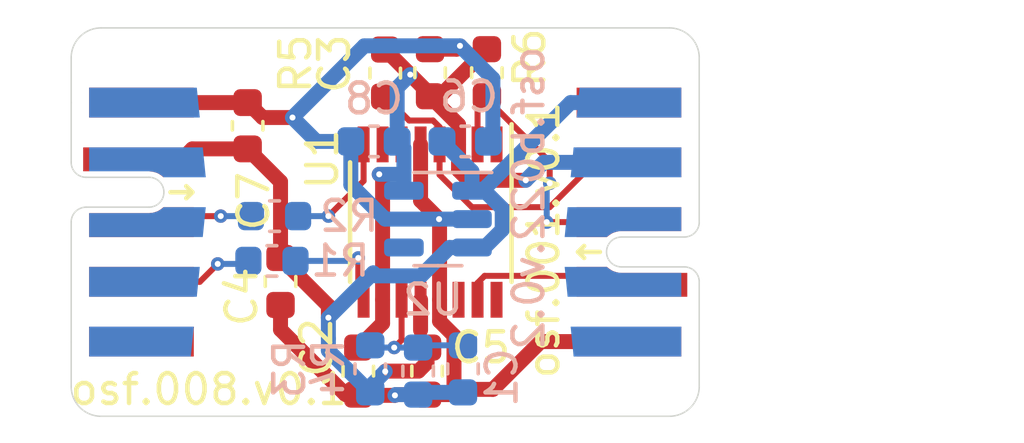
<source format=kicad_pcb>
(kicad_pcb (version 20211014) (generator pcbnew)
  (layers (0 "F.Cu" signal) (31 "B.Cu" signal) (34 "B.Paste" user) (35 "F.Paste" user) (36 "B.SilkS" user "B.Silkscreen") (37 "F.SilkS" user "F.Silkscreen") (38 "B.Mask" user) (39 "F.Mask" user) (44 "Edge.Cuts" user))
  (net 0 "")
  (net 1 "GND")
  (net 2 "Net-(C1-Pad1)")
  (net 3 "+3V3")
  (net 4 "/Sheet603703E3/DM")
  (net 5 "/Sheet603703E3/DP")
  (net 6 "+5V")
  (net 7 "Net-(R1-Pad2)")
  (net 8 "Net-(R2-Pad2)")
  (net 9 "/Sheet603703E3/SDA")
  (net 10 "/Sheet603703E3/SCL")
  (net 11 "/Sheet603703E3/CS")
  (footprint "on_edge:on_edge_2x05_device" (layer "F.Cu") (at 130 106.5 -90)
    (fp_text reference "J1")
    (fp_text value "008_USB_2x2")
    (fp_line (start -1.2 -3.85) (end -1 -4.05) (layer "F.SilkS") (width 0.153))
    (fp_line (start -1 -4.05) (end -0.8 -3.85) (layer "F.SilkS") (width 0.153))
    (fp_line (start -1 -4.05) (end -1 -3.323) (layer "F.SilkS") (width 0.153))
    (fp_line (start 0 0) (end 4 0) (layer "Edge.Cuts") (width 0.05))
    (fp_line (start -0.5 -0.5) (end -0.5 -2.6) (layer "Edge.Cuts") (width 0.05))
    (fp_line (start -4 0) (end -2 0) (layer "Edge.Cuts") (width 0.05))
    (fp_line (start -1.5 -2.6) (end -1.5 -0.5) (layer "Edge.Cuts") (width 0.05))
    (fp_arc (start -1.5 -2.6) (mid -1 -3.1) (end -0.5 -2.6) (layer "Edge.Cuts") (width 0.05))
    (fp_arc (start 0 0) (mid -0.353553 -0.146447) (end -0.5 -0.5) (layer "Edge.Cuts") (width 0.05))
    (fp_arc (start -1.5 -0.5) (mid -1.646447 -0.146447) (end -2 0) (layer "Edge.Cuts") (width 0.05))
    (pad "1" smd rect locked (at -4 -2.35 90) (size 1 3.5) (layers "F.Cu" "F.Mask") (net 1 "GND"))
    (pad "2" smd custom locked (at -2 -3.6 270) (size 1 1) (layers "F.Cu" "F.Mask") (net 6 "+5V") (options (clearance outline) (anchor rect)) (primitives (gr_poly (pts (xy 0.5 0.52) (xy 0.48 0.54) (xy 0.44 0.59) (xy 0.4 0.65) (xy 0.37 0.7) (xy 0.35 0.75) (xy 0.33 0.81) (xy 0.31 0.89) (xy 0.3 1) (xy 0.3 3.2) (xy -0.5 3.2) (xy -0.5 -0.5) (xy 0.5 -0.5)) (width 0) (fill yes))))
    (pad "3" smd custom locked (at 0 -3.6 270) (size 1 1) (layers "F.Cu" "F.Mask") (net 5 "/Sheet603703E3/DP") (options (clearance outline) (anchor rect)) (primitives (gr_poly (pts (xy 0.5 3) (xy -0.3 3) (xy -0.3 1) (xy -0.31 0.89) (xy -0.33 0.81) (xy -0.35 0.75) (xy -0.37 0.7) (xy -0.4 0.65) (xy -0.44 0.59) (xy -0.48 0.54) (xy -0.5 0.52) (xy -0.5 -0.5) (xy 0.5 -0.5)) (width 0) (fill yes))))
    (pad "4" smd rect locked (at 2 -2.35 90) (size 1 3.5) (layers "F.Cu" "F.Mask") (net 4 "/Sheet603703E3/DM"))
    (pad "5" smd rect locked (at 4 -2.35 90) (size 1 3.5) (layers "F.Cu" "F.Mask"))
    (pad "6" smd custom locked (at -4 -2.4 270) (size 1 3.6) (layers "B.Cu" "B.Mask") (options (clearance outline) (anchor rect)) (primitives (gr_poly (pts (xy 0.5 -1.8) (xy -0.5 -1.8) (xy 0.5 -1.9)) (width 0) (fill yes))))
    (pad "7" smd custom locked (at -2 -2.1 270) (size 0.4 0.4) (layers "B.Cu" "B.Mask") (options (clearance outline) (anchor rect)) (primitives (gr_poly (pts (xy 0.5 -0.99) (xy 0.48 -0.97) (xy 0.44 -0.92) (xy 0.4 -0.86) (xy 0.37 -0.81) (xy 0.35 -0.76) (xy 0.33 -0.7) (xy 0.31 -0.62) (xy 0.3 -0.51) (xy 0.3 1.5) (xy -0.5 1.5) (xy -0.5 -2.3) (xy 0.5 -2.4)) (width 0) (fill yes))))
    (pad "8" smd custom locked (at 0 -2.1 270) (size 0.4 0.4) (layers "B.Cu" "B.Mask") (options (clearance outline) (anchor rect)) (primitives (gr_poly (pts (xy 0.5 -2.3) (xy 0.5 1.5) (xy -0.3 1.5) (xy -0.3 -0.51) (xy -0.31 -0.62) (xy -0.33 -0.7) (xy -0.35 -0.76) (xy -0.37 -0.81) (xy -0.4 -0.86) (xy -0.44 -0.92) (xy -0.48 -0.97) (xy -0.5 -0.99) (xy -0.5 -2.4)) (width 0) (fill yes))))
    (pad "9" smd custom locked (at 2 -2.4 270) (size 1 3.6) (layers "B.Cu" "B.Mask") (options (clearance outline) (anchor rect)) (primitives (gr_poly (pts (xy 0.5 -1.8) (xy -0.5 -1.8) (xy -0.5 -1.9)) (width 0) (fill yes))))
    (pad "10" smd custom locked (at 4 -2.3 270) (size 1 3.4) (layers "B.Cu" "B.Mask") (options (clearance outline) (anchor rect)) (primitives (gr_poly (pts (xy 0.5 -1.7) (xy -0.5 -1.7) (xy -0.5 -1.8)) (width 0) (fill yes))))
  )
  (footprint "Capacitor_SMD:C_0603_1608Metric" (layer "F.Cu") (at 139.6 111.4875 -90)
    (fp_text reference "C2" (at -0.7875 1.4 90) (layer "F.SilkS"))
    (fp_text value "100nF")
    (fp_line (start -0.162779 0.51) (end 0.162779 0.51) (layer "F.SilkS") (width 0.12))
    (fp_line (start -0.162779 -0.51) (end 0.162779 -0.51) (layer "F.SilkS") (width 0.12))
    (pad "1" smd roundrect locked (at -0.7875 0 270) (size 0.875 0.95) (layers "F.Cu" "F.Paste" "F.Mask") (net 3 "+3V3"))
    (pad "2" smd roundrect locked (at 0.7875 0 270) (size 0.875 0.95) (layers "F.Cu" "F.Paste" "F.Mask") (net 1 "GND"))
  )
  (footprint "Capacitor_SMD:C_0603_1608Metric" (layer "F.Cu") (at 142 101.5 90)
    (fp_text reference "C3" (at 0.3 -3.2 90) (layer "F.SilkS"))
    (fp_text value "100nF")
    (fp_line (start -0.162779 0.51) (end 0.162779 0.51) (layer "F.SilkS") (width 0.12))
    (fp_line (start -0.162779 -0.51) (end 0.162779 -0.51) (layer "F.SilkS") (width 0.12))
    (pad "1" smd roundrect locked (at -0.7875 0 90) (size 0.875 0.95) (layers "F.Cu" "F.Paste" "F.Mask") (net 3 "+3V3"))
    (pad "2" smd roundrect locked (at 0.7875 0 90) (size 0.875 0.95) (layers "F.Cu" "F.Paste" "F.Mask") (net 1 "GND"))
  )
  (footprint "Capacitor_SMD:C_0603_1608Metric" (layer "F.Cu") (at 137 108.4875 -90)
    (fp_text reference "C4" (at 0.5125 1.3 90) (layer "F.SilkS"))
    (fp_text value "4.7uF")
    (fp_line (start -0.162779 0.51) (end 0.162779 0.51) (layer "F.SilkS") (width 0.12))
    (fp_line (start -0.162779 -0.51) (end 0.162779 -0.51) (layer "F.SilkS") (width 0.12))
    (pad "1" smd roundrect locked (at -0.7875 0 270) (size 0.875 0.95) (layers "F.Cu" "F.Paste" "F.Mask") (net 6 "+5V"))
    (pad "2" smd roundrect locked (at 0.7875 0 270) (size 0.875 0.95) (layers "F.Cu" "F.Paste" "F.Mask") (net 1 "GND"))
  )
  (footprint "Capacitor_SMD:C_0603_1608Metric" (layer "F.Cu") (at 141.9 111.4875 -90)
    (fp_text reference "C5" (at -0.7875 -1.8) (layer "F.SilkS"))
    (fp_text value "100nF")
    (fp_line (start -0.162779 -0.51) (end 0.162779 -0.51) (layer "F.SilkS") (width 0.12))
    (fp_line (start -0.162779 0.51) (end 0.162779 0.51) (layer "F.SilkS") (width 0.12))
    (pad "1" smd roundrect locked (at -0.7875 0 270) (size 0.875 0.95) (layers "F.Cu" "F.Paste" "F.Mask") (net 6 "+5V"))
    (pad "2" smd roundrect locked (at 0.7875 0 270) (size 0.875 0.95) (layers "F.Cu" "F.Paste" "F.Mask") (net 1 "GND"))
  )
  (footprint "Resistor_SMD:R_0603_1608Metric" (layer "F.Cu") (at 140.5 101.5125 -90)
    (fp_text reference "R5" (at -0.3125 3 90) (layer "F.SilkS"))
    (fp_text value "1k")
    (fp_line (start -0.162779 -0.51) (end 0.162779 -0.51) (layer "F.SilkS") (width 0.12))
    (fp_line (start -0.162779 0.51) (end 0.162779 0.51) (layer "F.SilkS") (width 0.12))
    (pad "1" smd roundrect locked (at -0.7875 0 270) (size 0.875 0.95) (layers "F.Cu" "F.Paste" "F.Mask") (net 3 "+3V3"))
    (pad "2" smd roundrect locked (at 0.7875 0 270) (size 0.875 0.95) (layers "F.Cu" "F.Paste" "F.Mask") (net 9 "/Sheet603703E3/SDA"))
  )
  (footprint "Resistor_SMD:R_0603_1608Metric" (layer "F.Cu") (at 143.9 101.5 -90)
    (fp_text reference "R6" (at -0.5 -1.43 90) (layer "F.SilkS"))
    (fp_text value "1k")
    (fp_line (start -0.162779 -0.51) (end 0.162779 -0.51) (layer "F.SilkS") (width 0.12))
    (fp_line (start -0.162779 0.51) (end 0.162779 0.51) (layer "F.SilkS") (width 0.12))
    (pad "1" smd roundrect locked (at -0.7875 0 270) (size 0.875 0.95) (layers "F.Cu" "F.Paste" "F.Mask") (net 3 "+3V3"))
    (pad "2" smd roundrect locked (at 0.7875 0 270) (size 0.875 0.95) (layers "F.Cu" "F.Paste" "F.Mask") (net 10 "/Sheet603703E3/SCL"))
  )
  (footprint "Package_SO:SSOP-16_3.9x4.9mm_P0.635mm" (layer "F.Cu") (at 142 106.5 -90)
    (fp_text reference "U1" (at -2.1 3.6 90) (layer "F.SilkS"))
    (fp_text value "FT201XS")
    (fp_line (start -3.275 -2.725) (end 2 -2.725) (layer "F.SilkS") (width 0.15))
    (fp_line (start -2 2.675) (end 2 2.675) (layer "F.SilkS") (width 0.15))
    (pad "1" smd rect locked (at -2.6 -2.2225 270) (size 1.2 0.4) (layers "F.Cu" "F.Paste" "F.Mask"))
    (pad "2" smd rect locked (at -2.6 -1.5875 270) (size 1.2 0.4) (layers "F.Cu" "F.Paste" "F.Mask") (net 10 "/Sheet603703E3/SCL"))
    (pad "3" smd rect locked (at -2.6 -0.9525 270) (size 1.2 0.4) (layers "F.Cu" "F.Paste" "F.Mask") (net 3 "+3V3"))
    (pad "4" smd rect locked (at -2.6 -0.3175 270) (size 1.2 0.4) (layers "F.Cu" "F.Paste" "F.Mask") (net 9 "/Sheet603703E3/SDA"))
    (pad "5" smd rect locked (at -2.6 0.3175 270) (size 1.2 0.4) (layers "F.Cu" "F.Paste" "F.Mask") (net 1 "GND"))
    (pad "6" smd rect locked (at -2.6 0.9525 270) (size 1.2 0.4) (layers "F.Cu" "F.Paste" "F.Mask"))
    (pad "7" smd rect locked (at -2.6 1.5875 270) (size 1.2 0.4) (layers "F.Cu" "F.Paste" "F.Mask"))
    (pad "8" smd rect locked (at -2.6 2.2225 270) (size 1.2 0.4) (layers "F.Cu" "F.Paste" "F.Mask") (net 8 "Net-(R2-Pad2)"))
    (pad "9" smd rect locked (at 2.6 2.2225 270) (size 1.2 0.4) (layers "F.Cu" "F.Paste" "F.Mask") (net 7 "Net-(R1-Pad2)"))
    (pad "10" smd rect locked (at 2.6 1.5875 270) (size 1.2 0.4) (layers "F.Cu" "F.Paste" "F.Mask") (net 3 "+3V3"))
    (pad "11" smd rect locked (at 2.6 0.9525 270) (size 1.2 0.4) (layers "F.Cu" "F.Paste" "F.Mask") (net 2 "Net-(C1-Pad1)"))
    (pad "12" smd rect locked (at 2.6 0.3175 270) (size 1.2 0.4) (layers "F.Cu" "F.Paste" "F.Mask") (net 6 "+5V"))
    (pad "13" smd rect locked (at 2.6 -0.3175 270) (size 1.2 0.4) (layers "F.Cu" "F.Paste" "F.Mask") (net 1 "GND"))
    (pad "14" smd rect locked (at 2.6 -0.9525 270) (size 1.2 0.4) (layers "F.Cu" "F.Paste" "F.Mask"))
    (pad "15" smd rect locked (at 2.6 -1.5875 270) (size 1.2 0.4) (layers "F.Cu" "F.Paste" "F.Mask") (net 11 "/Sheet603703E3/CS"))
    (pad "16" smd rect locked (at 2.6 -2.2225 270) (size 1.2 0.4) (layers "F.Cu" "F.Paste" "F.Mask"))
  )
  (footprint "on_edge:on_edge_2x05_device" (layer "F.Cu") (at 151 106.5 90)
    (fp_text reference "J2")
    (fp_text value "001_I2C_2x5")
    (fp_line (start -1.2 -3.85) (end -1 -4.05) (layer "F.SilkS") (width 0.153))
    (fp_line (start -1 -4.05) (end -0.8 -3.85) (layer "F.SilkS") (width 0.153))
    (fp_line (start -1 -4.05) (end -1 -3.323) (layer "F.SilkS") (width 0.153))
    (fp_line (start 0 0) (end 4 0) (layer "Edge.Cuts") (width 0.05))
    (fp_line (start -4 0) (end -2 0) (layer "Edge.Cuts") (width 0.05))
    (fp_line (start -1.5 -2.6) (end -1.5 -0.5) (layer "Edge.Cuts") (width 0.05))
    (fp_line (start -0.5 -0.5) (end -0.5 -2.6) (layer "Edge.Cuts") (width 0.05))
    (fp_arc (start -1.5 -2.6) (mid -1 -3.1) (end -0.5 -2.6) (layer "Edge.Cuts") (width 0.05))
    (fp_arc (start -1.5 -0.5) (mid -1.646447 -0.146447) (end -2 0) (layer "Edge.Cuts") (width 0.05))
    (fp_arc (start 0 0) (mid -0.353553 -0.146447) (end -0.5 -0.5) (layer "Edge.Cuts") (width 0.05))
    (pad "1" smd rect locked (at -4 -2.35 270) (size 1 3.5) (layers "F.Cu" "F.Mask") (net 1 "GND"))
    (pad "2" smd custom locked (at -2 -3.6 90) (size 1 1) (layers "F.Cu" "F.Mask") (net 11 "/Sheet603703E3/CS") (options (clearance outline) (anchor rect)) (primitives (gr_poly (pts (xy 0.5 0.52) (xy 0.48 0.54) (xy 0.44 0.59) (xy 0.4 0.65) (xy 0.37 0.7) (xy 0.35 0.75) (xy 0.33 0.81) (xy 0.31 0.89) (xy 0.3 1) (xy 0.3 3.2) (xy -0.5 3.2) (xy -0.5 -0.5) (xy 0.5 -0.5)) (width 0) (fill yes))))
    (pad "3" smd custom locked (at 0 -3.6 90) (size 1 1) (layers "F.Cu" "F.Mask") (net 10 "/Sheet603703E3/SCL") (options (clearance outline) (anchor rect)) (primitives (gr_poly (pts (xy 0.5 3) (xy -0.3 3) (xy -0.3 1) (xy -0.31 0.89) (xy -0.33 0.81) (xy -0.35 0.75) (xy -0.37 0.7) (xy -0.4 0.65) (xy -0.44 0.59) (xy -0.48 0.54) (xy -0.5 0.52) (xy -0.5 -0.5) (xy 0.5 -0.5)) (width 0) (fill yes))))
    (pad "4" smd rect locked (at 2 -2.35 270) (size 1 3.5) (layers "F.Cu" "F.Mask") (net 9 "/Sheet603703E3/SDA"))
    (pad "5" smd rect locked (at 4 -2.35 270) (size 1 3.5) (layers "F.Cu" "F.Mask"))
    (pad "6" smd custom locked (at -4 -2.4 90) (size 1 3.6) (layers "B.Cu" "B.Mask") (options (clearance outline) (anchor rect)) (primitives (gr_poly (pts (xy 0.5 -1.8) (xy -0.5 -1.8) (xy 0.5 -1.9)) (width 0) (fill yes))))
    (pad "7" smd custom locked (at -2 -2.1 90) (size 0.4 0.4) (layers "B.Cu" "B.Mask") (options (clearance outline) (anchor rect)) (primitives (gr_poly (pts (xy 0.5 -0.99) (xy 0.48 -0.97) (xy 0.44 -0.92) (xy 0.4 -0.86) (xy 0.37 -0.81) (xy 0.35 -0.76) (xy 0.33 -0.7) (xy 0.31 -0.62) (xy 0.3 -0.51) (xy 0.3 1.5) (xy -0.5 1.5) (xy -0.5 -2.3) (xy 0.5 -2.4)) (width 0) (fill yes))))
    (pad "8" smd custom locked (at 0 -2.1 90) (size 0.4 0.4) (layers "B.Cu" "B.Mask") (options (clearance outline) (anchor rect)) (primitives (gr_poly (pts (xy 0.5 -2.3) (xy 0.5 1.5) (xy -0.3 1.5) (xy -0.3 -0.51) (xy -0.31 -0.62) (xy -0.33 -0.7) (xy -0.35 -0.76) (xy -0.37 -0.81) (xy -0.4 -0.86) (xy -0.44 -0.92) (xy -0.48 -0.97) (xy -0.5 -0.99) (xy -0.5 -2.4)) (width 0) (fill yes))))
    (pad "9" smd custom locked (at 2 -2.4 90) (size 1 3.6) (layers "B.Cu" "B.Mask") (net 3 "+3V3") (options (clearance outline) (anchor rect)) (primitives (gr_poly (pts (xy 0.5 -1.8) (xy -0.5 -1.8) (xy -0.5 -1.9)) (width 0) (fill yes))))
    (pad "10" smd custom locked (at 4 -2.3 90) (size 1 3.4) (layers "B.Cu" "B.Mask") (net 6 "+5V") (options (clearance outline) (anchor rect)) (primitives (gr_poly (pts (xy 0.5 -1.7) (xy -0.5 -1.7) (xy -0.5 -1.8)) (width 0) (fill yes))))
  )
  (footprint "Capacitor_SMD:C_0603_1608Metric" (layer "F.Cu") (at 135.9 103.275 90)
    (fp_text reference "C7" (at -2.525 0.2 90) (layer "F.SilkS"))
    (fp_text value "1uF")
    (fp_line (start -0.14058 0.51) (end 0.14058 0.51) (layer "F.SilkS") (width 0.12))
    (fp_line (start -0.14058 -0.51) (end 0.14058 -0.51) (layer "F.SilkS") (width 0.12))
    (pad "1" smd roundrect locked (at -0.775 0 90) (size 0.9 0.95) (layers "F.Cu" "F.Paste" "F.Mask") (net 6 "+5V"))
    (pad "2" smd roundrect locked (at 0.775 0 90) (size 0.9 0.95) (layers "F.Cu" "F.Paste" "F.Mask") (net 1 "GND"))
  )
  (footprint "Capacitor_SMD:C_0603_1608Metric" (layer "B.Cu") (at 143.1 111.4125 -90)
    (fp_text reference "C1" (at 0.2875 -1.3 -90) (layer "B.SilkS") (effects (justify mirror)))
    (fp_text value "10nF")
    (fp_line (start -0.162779 -0.51) (end 0.162779 -0.51) (layer "B.SilkS") (width 0.12))
    (fp_line (start -0.162779 0.51) (end 0.162779 0.51) (layer "B.SilkS") (width 0.12))
    (pad "1" smd roundrect locked (at -0.7875 0 270) (size 0.875 0.95) (layers "B.Cu" "B.Paste" "B.Mask") (net 2 "Net-(C1-Pad1)"))
    (pad "2" smd roundrect locked (at 0.7875 0 270) (size 0.875 0.95) (layers "B.Cu" "B.Paste" "B.Mask") (net 1 "GND"))
  )
  (footprint "Resistor_SMD:R_0603_1608Metric" (layer "B.Cu") (at 136.7125 107.8)
    (fp_text reference "R1" (at 2.2875 0) (layer "B.SilkS") (effects (justify mirror)))
    (fp_text value "27R")
    (fp_line (start -0.162779 0.51) (end 0.162779 0.51) (layer "B.SilkS") (width 0.12))
    (fp_line (start -0.162779 -0.51) (end 0.162779 -0.51) (layer "B.SilkS") (width 0.12))
    (pad "1" smd roundrect locked (at -0.7875 0) (size 0.875 0.95) (layers "B.Cu" "B.Paste" "B.Mask") (net 4 "/Sheet603703E3/DM"))
    (pad "2" smd roundrect locked (at 0.7875 0) (size 0.875 0.95) (layers "B.Cu" "B.Paste" "B.Mask") (net 7 "Net-(R1-Pad2)"))
  )
  (footprint "Resistor_SMD:R_0603_1608Metric" (layer "B.Cu") (at 136.8 106.3)
    (fp_text reference "R2" (at 2.5 0) (layer "B.SilkS") (effects (justify mirror)))
    (fp_text value "27R")
    (fp_line (start -0.162779 -0.51) (end 0.162779 -0.51) (layer "B.SilkS") (width 0.12))
    (fp_line (start -0.162779 0.51) (end 0.162779 0.51) (layer "B.SilkS") (width 0.12))
    (pad "1" smd roundrect locked (at -0.7875 0) (size 0.875 0.95) (layers "B.Cu" "B.Paste" "B.Mask") (net 5 "/Sheet603703E3/DP"))
    (pad "2" smd roundrect locked (at 0.7875 0) (size 0.875 0.95) (layers "B.Cu" "B.Paste" "B.Mask") (net 8 "Net-(R2-Pad2)"))
  )
  (footprint "Resistor_SMD:R_0603_1608Metric" (layer "B.Cu") (at 141.6 111.4875 -90)
    (fp_text reference "R4" (at -0.0875 3 -90) (layer "B.SilkS") (effects (justify mirror)))
    (fp_text value "1k")
    (fp_line (start -0.162779 0.51) (end 0.162779 0.51) (layer "B.SilkS") (width 0.12))
    (fp_line (start -0.162779 -0.51) (end 0.162779 -0.51) (layer "B.SilkS") (width 0.12))
    (pad "1" smd roundrect locked (at -0.7875 0 270) (size 0.875 0.95) (layers "B.Cu" "B.Paste" "B.Mask") (net 2 "Net-(C1-Pad1)"))
    (pad "2" smd roundrect locked (at 0.7875 0 270) (size 0.875 0.95) (layers "B.Cu" "B.Paste" "B.Mask") (net 1 "GND"))
  )
  (footprint "Resistor_SMD:R_0603_1608Metric" (layer "B.Cu") (at 140 111.4125 90)
    (fp_text reference "R3" (at 0 -2.7 270) (layer "B.SilkS") (effects (justify mirror)))
    (fp_text value "1k")
    (fp_line (start -0.162779 0.51) (end 0.162779 0.51) (layer "B.SilkS") (width 0.12))
    (fp_line (start -0.162779 -0.51) (end 0.162779 -0.51) (layer "B.SilkS") (width 0.12))
    (pad "1" smd roundrect locked (at -0.7875 0 90) (size 0.875 0.95) (layers "B.Cu" "B.Paste" "B.Mask") (net 6 "+5V"))
    (pad "2" smd roundrect locked (at 0.7875 0 90) (size 0.875 0.95) (layers "B.Cu" "B.Paste" "B.Mask") (net 2 "Net-(C1-Pad1)"))
  )
  (footprint "Package_TO_SOT_SMD:SOT-23-5" (layer "B.Cu") (at 142.2625 106.4 180)
    (fp_text reference "U2" (at 0.1625 -2.7) (layer "B.SilkS") (effects (justify mirror)))
    (fp_text value "TC1017-xCT")
    (fp_line (start 0 1.56) (end -1.8 1.56) (layer "B.SilkS") (width 0.12))
    (fp_line (start 0 1.56) (end 0.8 1.56) (layer "B.SilkS") (width 0.12))
    (fp_line (start 0 -1.56) (end 0.8 -1.56) (layer "B.SilkS") (width 0.12))
    (fp_line (start 0 -1.56) (end -0.8 -1.56) (layer "B.SilkS") (width 0.12))
    (pad "1" smd roundrect locked (at -1.1375 0.95 180) (size 1.325 0.6) (layers "B.Cu" "B.Paste" "B.Mask") (net 6 "+5V"))
    (pad "2" smd roundrect locked (at -1.1375 0 180) (size 1.325 0.6) (layers "B.Cu" "B.Paste" "B.Mask") (net 1 "GND"))
    (pad "3" smd roundrect locked (at -1.1375 -0.95 180) (size 1.325 0.6) (layers "B.Cu" "B.Paste" "B.Mask") (net 6 "+5V"))
    (pad "4" smd roundrect locked (at 1.1375 -0.95 180) (size 1.325 0.6) (layers "B.Cu" "B.Paste" "B.Mask"))
    (pad "5" smd roundrect locked (at 1.1375 0.95 180) (size 1.325 0.6) (layers "B.Cu" "B.Paste" "B.Mask") (net 3 "+3V3"))
  )
  (footprint "Capacitor_SMD:C_0603_1608Metric" (layer "B.Cu") (at 143.175 103.8)
    (fp_text reference "C6" (at 0.125 -1.5) (layer "B.SilkS") (effects (justify mirror)))
    (fp_text value "100nF")
    (fp_line (start -0.14058 0.51) (end 0.14058 0.51) (layer "B.SilkS") (width 0.12))
    (fp_line (start -0.14058 -0.51) (end 0.14058 -0.51) (layer "B.SilkS") (width 0.12))
    (pad "1" smd roundrect locked (at -0.775 0) (size 0.9 0.95) (layers "B.Cu" "B.Paste" "B.Mask") (net 6 "+5V"))
    (pad "2" smd roundrect locked (at 0.775 0) (size 0.9 0.95) (layers "B.Cu" "B.Paste" "B.Mask") (net 1 "GND"))
  )
  (footprint "Capacitor_SMD:C_0603_1608Metric" (layer "B.Cu") (at 140.125 103.8 180)
    (fp_text reference "C8" (at 0 1.43) (layer "B.SilkS") (effects (justify mirror)))
    (fp_text value "1uF")
    (fp_line (start -0.14058 -0.51) (end 0.14058 -0.51) (layer "B.SilkS") (width 0.12))
    (fp_line (start -0.14058 0.51) (end 0.14058 0.51) (layer "B.SilkS") (width 0.12))
    (pad "1" smd roundrect locked (at -0.775 0 180) (size 0.9 0.95) (layers "B.Cu" "B.Paste" "B.Mask") (net 3 "+3V3"))
    (pad "2" smd roundrect locked (at 0.775 0 180) (size 0.9 0.95) (layers "B.Cu" "B.Paste" "B.Mask") (net 1 "GND"))
  )
  (gr_line (start 130 102.5) (end 130 101) (layer "Edge.Cuts") (width 0.05))
  (gr_line (start 151 102.5) (end 151 101) (layer "Edge.Cuts") (width 0.05))
  (gr_line (start 151 112) (end 151 110.5) (layer "Edge.Cuts") (width 0.05))
  (gr_line (start 150 113) (end 131 113) (layer "Edge.Cuts") (width 0.05))
  (gr_arc (start 151 112) (mid 150.707107 112.707107) (end 150 113) (layer "Edge.Cuts") (width 0.05))
  (gr_line (start 130 112) (end 130 110.5) (layer "Edge.Cuts") (width 0.05))
  (gr_line (start 131 100) (end 150 100) (layer "Edge.Cuts") (width 0.05))
  (gr_arc (start 130 101) (mid 130.292893 100.292893) (end 131 100) (layer "Edge.Cuts") (width 0.05))
  (gr_arc (start 131 113) (mid 130.292893 112.707107) (end 130 112) (layer "Edge.Cuts") (width 0.05))
  (gr_line (start 130 110.5) (end 130 110.5) (layer "Edge.Cuts") (width 0.05))
  (gr_arc (start 150 100) (mid 150.707107 100.292893) (end 151 101) (layer "Edge.Cuts") (width 0.05))
  (gr_text "osf.b022.v0.2" (at 145.3 105.7 90) (layer "B.SilkS") (effects (font (size 1 1)) (justify mirror)))
  (gr_text "osf.008.v0.1" (at 134.6 112.1) (layer "F.SilkS") (effects (font (size 1 1))))
  (gr_text "osf.001.v0.1" (at 145.8 107.1 90) (layer "F.SilkS") (effects (font (size 1 1))))
  (segment (start 137.4 103) (end 136.4 103) (width 0.5) (layer "F.Cu") (net 1))
  (segment (start 142.625 112.275) (end 141.9 112.275) (width 0.5) (layer "F.Cu") (net 1))
  (segment (start 142 100.7125) (end 142.8875 100.7125) (width 0.5) (layer "F.Cu") (net 1))
  (segment (start 141.6825 105.7825) (end 142.3 106.4) (width 0.5) (layer "F.Cu") (net 1))
  (segment (start 141.9 112.275) (end 140.84952 112.275) (width 0.5) (layer "F.Cu") (net 1))
  (segment (start 136.4 103) (end 135.9 102.5) (width 0.5) (layer "F.Cu") (net 1))
  (segment (start 141.6825 103.9) (end 141.6825 105.7825) (width 0.5) (layer "F.Cu") (net 1))
  (segment (start 132.35 102.5) (end 135.9 102.5) (width 0.5) (layer "F.Cu") (net 1))
  (segment (start 139.6 112.275) (end 139.175 112.275) (width 0.5) (layer "F.Cu") (net 1))
  (segment (start 148.65 110.5) (end 145.7 110.5) (width 0.5) (layer "F.Cu") (net 1))
  (segment (start 142.3175 109.1) (end 142.3175 106.4175) (width 0.5) (layer "F.Cu") (net 1))
  (segment (start 142.8 112.1) (end 142.625 112.275) (width 0.5) (layer "F.Cu") (net 1))
  (segment (start 139.625 112.3) (end 139.6 112.275) (width 0.5) (layer "F.Cu") (net 1))
  (segment (start 142.3175 106.4175) (end 142.3 106.4) (width 0.5) (layer "F.Cu") (net 1))
  (segment (start 142.3175 109.1) (end 142.3175 109.8175) (width 0.5) (layer "F.Cu") (net 1))
  (segment (start 140.82452 112.3) (end 139.625 112.3) (width 0.5) (layer "F.Cu") (net 1))
  (segment (start 142.8875 100.7125) (end 143 100.6) (width 0.5) (layer "F.Cu") (net 1))
  (segment (start 142.3175 109.8175) (end 142.8 110.3) (width 0.5) (layer "F.Cu") (net 1))
  (segment (start 140.84952 112.275) (end 140.82452 112.3) (width 0.5) (layer "F.Cu") (net 1))
  (segment (start 137 110.1) (end 137 109.275) (width 0.5) (layer "F.Cu") (net 1))
  (segment (start 142.8 110.3) (end 142.8 112.1) (width 0.5) (layer "F.Cu") (net 1))
  (segment (start 144.1 112.1) (end 142.8 112.1) (width 0.5) (layer "F.Cu") (net 1))
  (segment (start 145.7 110.5) (end 144.1 112.1) (width 0.5) (layer "F.Cu") (net 1))
  (segment (start 139.175 112.275) (end 137 110.1) (width 0.5) (layer "F.Cu") (net 1))
  (via (at 137.4 103) (size 0.45) (drill 0.2) (layers "F.Cu" "B.Cu") (net 1))
  (via (at 143 100.6) (size 0.45) (drill 0.2) (layers "F.Cu" "B.Cu") (net 1))
  (via (at 142.3 106.4) (size 0.45) (drill 0.2) (layers "F.Cu" "B.Cu") (net 1))
  (via (at 140.82452 112.3) (size 0.45) (drill 0.2) (layers "F.Cu" "B.Cu") (net 1))
  (segment (start 139.35 105.25) (end 139.35 103.8) (width 0.5) (layer "B.Cu") (net 1))
  (segment (start 143.4 106.4) (end 142.3 106.4) (width 0.5) (layer "B.Cu") (net 1))
  (segment (start 142.3 106.4) (end 140.5 106.4) (width 0.5) (layer "B.Cu") (net 1))
  (segment (start 144.1 101.7) (end 144.1 103.65) (width 0.5) (layer "B.Cu") (net 1))
  (segment (start 141.6 112.275) (end 140.84952 112.275) (width 0.5) (layer "B.Cu") (net 1))
  (segment (start 140.84952 112.275) (end 140.82452 112.3) (width 0.5) (layer "B.Cu") (net 1))
  (segment (start 144.1 103.65) (end 143.95 103.8) (width 0.5) (layer "B.Cu") (net 1))
  (segment (start 139.35 103.8) (end 138.2 103.8) (width 0.5) (layer "B.Cu") (net 1))
  (segment (start 143 100.6) (end 144.1 101.7) (width 0.5) (layer "B.Cu") (net 1))
  (segment (start 140.5 106.4) (end 139.35 105.25) (width 0.5) (layer "B.Cu") (net 1))
  (segment (start 141.675 112.2) (end 141.6 112.275) (width 0.5) (layer "B.Cu") (net 1))
  (segment (start 139.8 100.6) (end 137.4 103) (width 0.5) (layer "B.Cu") (net 1))
  (segment (start 143 100.6) (end 139.8 100.6) (width 0.5) (layer "B.Cu") (net 1))
  (segment (start 143.1 112.2) (end 141.675 112.2) (width 0.5) (layer "B.Cu") (net 1))
  (segment (start 138.2 103.8) (end 137.4 103) (width 0.5) (layer "B.Cu") (net 1))
  (segment (start 141.0475 110.4525) (end 140.8 110.7) (width 0.2) (layer "F.Cu") (net 2))
  (segment (start 141.0475 109.1) (end 141.0475 110.4525) (width 0.2) (layer "F.Cu") (net 2))
  (via (at 140.8 110.7) (size 0.45) (drill 0.2) (layers "F.Cu" "B.Cu") (net 2))
  (segment (start 140.8 110.7) (end 140.175 110.7) (width 0.2) (layer "B.Cu") (net 2))
  (segment (start 141.675 110.625) (end 141.6 110.7) (width 0.2) (layer "B.Cu") (net 2))
  (segment (start 143.1 110.625) (end 141.675 110.625) (width 0.2) (layer "B.Cu") (net 2))
  (segment (start 141.6 110.7) (end 140.8 110.7) (width 0.2) (layer "B.Cu") (net 2))
  (segment (start 140.175 110.7) (end 140.1 110.625) (width 0.2) (layer "B.Cu") (net 2))
  (segment (start 142 102.2875) (end 142.9525 103.24) (width 0.5) (layer "F.Cu") (net 3))
  (segment (start 142.325 102.2875) (end 143.9 100.7125) (width 0.5) (layer "F.Cu") (net 3))
  (segment (start 142.9525 103.24) (end 142.9525 103.9) (width 0.5) (layer "F.Cu") (net 3))
  (segment (start 142 102.225) (end 141.3375 101.5625) (width 0.5) (layer "F.Cu") (net 3))
  (segment (start 140.4125 105.0125) (end 140.3 104.9) (width 0.5) (layer "F.Cu") (net 3))
  (segment (start 142.9525 104.764022) (end 142.9525 103.9) (width 0.5) (layer "F.Cu") (net 3))
  (segment (start 142 102.2875) (end 142 102.225) (width 0.5) (layer "F.Cu") (net 3))
  (segment (start 140.4125 109.1) (end 140.4125 109.8875) (width 0.5) (layer "F.Cu") (net 3))
  (segment (start 145.2 105.1) (end 143.288478 105.1) (width 0.5) (layer "F.Cu") (net 3))
  (segment (start 143.288478 105.1) (end 142.9525 104.764022) (width 0.5) (layer "F.Cu") (net 3))
  (segment (start 142 102.2875) (end 142.325 102.2875) (width 0.5) (layer "F.Cu") (net 3))
  (segment (start 140.4125 109.8875) (end 139.6 110.7) (width 0.5) (layer "F.Cu") (net 3))
  (segment (start 141.3375 101.5625) (end 140.5 100.725) (width 0.5) (layer "F.Cu") (net 3))
  (segment (start 140.4125 109.1) (end 140.4125 105.0125) (width 0.5) (layer "F.Cu") (net 3))
  (via (at 140.3 104.9) (size 0.45) (drill 0.2) (layers "F.Cu" "B.Cu") (net 3))
  (via (at 145.2 105.1) (size 0.45) (drill 0.2) (layers "F.Cu" "B.Cu") (net 3))
  (via (at 141.3375 101.5625) (size 0.45) (drill 0.2) (layers "F.Cu" "B.Cu") (net 3))
  (segment (start 141.125 104.775) (end 141.125 104.025) (width 0.5) (layer "B.Cu") (net 3))
  (segment (start 145.8 104.5) (end 145.2 105.1) (width 0.5) (layer "B.Cu") (net 3))
  (segment (start 140.9 103.8) (end 140.9 102) (width 0.5) (layer "B.Cu") (net 3))
  (segment (start 148.6 104.5) (end 145.8 104.5) (width 0.5) (layer "B.Cu") (net 3))
  (segment (start 141 104.9) (end 141.125 104.775) (width 0.5) (layer "B.Cu") (net 3))
  (segment (start 141.125 105.45) (end 141.125 104.775) (width 0.5) (layer "B.Cu") (net 3))
  (segment (start 141.125 104.025) (end 140.9 103.8) (width 0.5) (layer "B.Cu") (net 3))
  (segment (start 140.9 102) (end 141.3375 101.5625) (width 0.5) (layer "B.Cu") (net 3))
  (segment (start 140.3 104.9) (end 141 104.9) (width 0.5) (layer "B.Cu") (net 3))
  (segment (start 132.35 108.5) (end 134.3 108.5) (width 0.2) (layer "F.Cu") (net 4))
  (segment (start 134.3 108.5) (end 134.9 107.9) (width 0.2) (layer "F.Cu") (net 4))
  (via (at 134.9 107.9) (size 0.45) (drill 0.2) (layers "F.Cu" "B.Cu") (net 4))
  (segment (start 135.825 107.9) (end 135.925 107.8) (width 0.2) (layer "B.Cu") (net 4))
  (segment (start 134.9 107.9) (end 135.825 107.9) (width 0.2) (layer "B.Cu") (net 4))
  (segment (start 135 106.3) (end 133.8 106.3) (width 0.2) (layer "F.Cu") (net 5))
  (segment (start 133.8 106.3) (end 133.6 106.5) (width 0.2) (layer "F.Cu") (net 5))
  (via (at 135 106.3) (size 0.45) (drill 0.2) (layers "F.Cu" "B.Cu") (net 5))
  (segment (start 136.0125 106.3) (end 135 106.3) (width 0.2) (layer "B.Cu") (net 5))
  (segment (start 141.9 111.2) (end 141.61202 111.48798) (width 0.5) (layer "F.Cu") (net 6))
  (segment (start 137 105.15) (end 135.9 104.05) (width 0.5) (layer "F.Cu") (net 6))
  (segment (start 137 107.7) (end 137 105.15) (width 0.5) (layer "F.Cu") (net 6))
  (segment (start 141.9 110.7) (end 141.9 111.2) (width 0.5) (layer "F.Cu") (net 6))
  (segment (start 135.9 104.05) (end 134.05 104.05) (width 0.5) (layer "F.Cu") (net 6))
  (segment (start 137 107.7) (end 138.6 109.3) (width 0.5) (layer "F.Cu") (net 6))
  (segment (start 141.61202 111.48798) (end 140.51202 111.48798) (width 0.5) (layer "F.Cu") (net 6))
  (segment (start 134.05 104.05) (end 133.6 104.5) (width 0.5) (layer "F.Cu") (net 6))
  (segment (start 140.51202 111.48798) (end 140.5 111.5) (width 0.5) (layer "F.Cu") (net 6))
  (segment (start 138.6 109.3) (end 138.6 109.7) (width 0.5) (layer "F.Cu") (net 6))
  (segment (start 141.6825 109.1) (end 141.6825 110.1175) (width 0.5) (layer "F.Cu") (net 6))
  (via (at 140.5 111.5) (size 0.45) (drill 0.2) (layers "F.Cu" "B.Cu") (net 6))
  (via (at 138.6 109.7) (size 0.45) (drill 0.2) (layers "F.Cu" "B.Cu") (net 6))
  (segment (start 138.6 109.7) (end 138.6 110.403655) (width 0.5) (layer "B.Cu") (net 6))
  (segment (start 143.4 107.35) (end 143.818927 107.35) (width 0.5) (layer "B.Cu") (net 6))
  (segment (start 143.75 105.45) (end 146.7 102.5) (width 0.5) (layer "B.Cu") (net 6))
  (segment (start 143.4 107.35) (end 142.65 107.35) (width 0.5) (layer "B.Cu") (net 6))
  (segment (start 146.7 102.5) (end 148.7 102.5) (width 0.5) (layer "B.Cu") (net 6))
  (segment (start 144.41202 106.043093) (end 143.818927 105.45) (width 0.5) (layer "B.Cu") (net 6))
  (segment (start 142.65 107.35) (end 141.7 108.3) (width 0.5) (layer "B.Cu") (net 6))
  (segment (start 143.4 105.45) (end 143.4 104.8) (width 0.5) (layer "B.Cu") (net 6))
  (segment (start 143.4 104.8) (end 142.4 103.8) (width 0.5) (layer "B.Cu") (net 6))
  (segment (start 143.818927 107.35) (end 144.41202 106.756907) (width 0.5) (layer "B.Cu") (net 6))
  (segment (start 143.818927 105.45) (end 143.4 105.45) (width 0.5) (layer "B.Cu") (net 6))
  (segment (start 138.6 110.8) (end 140 112.2) (width 0.5) (layer "B.Cu") (net 6))
  (segment (start 141.7 108.3) (end 140.2 108.3) (width 0.5) (layer "B.Cu") (net 6))
  (segment (start 140.1 111.9) (end 140.5 111.5) (width 0.5) (layer "B.Cu") (net 6))
  (segment (start 140.1 112.2) (end 140.1 111.9) (width 0.5) (layer "B.Cu") (net 6))
  (segment (start 140.1 108.2) (end 138.6 109.7) (width 0.5) (layer "B.Cu") (net 6))
  (segment (start 140.2 108.3) (end 140.1 108.2) (width 0.5) (layer "B.Cu") (net 6))
  (segment (start 138.6 110.403655) (end 138.6 110.8) (width 0.5) (layer "B.Cu") (net 6))
  (segment (start 143.4 105.45) (end 143.75 105.45) (width 0.5) (layer "B.Cu") (net 6))
  (segment (start 144.41202 106.756907) (end 144.41202 106.043093) (width 0.5) (layer "B.Cu") (net 6))
  (segment (start 139.6 107.7) (end 139.6 108.9225) (width 0.2) (layer "F.Cu") (net 7))
  (segment (start 139.6 108.9225) (end 139.7775 109.1) (width 0.2) (layer "F.Cu") (net 7))
  (via (at 139.6 107.7) (size 0.45) (drill 0.2) (layers "F.Cu" "B.Cu") (net 7))
  (segment (start 137.5 107.8) (end 139.5 107.8) (width 0.2) (layer "B.Cu") (net 7))
  (segment (start 139.5 107.8) (end 139.6 107.7) (width 0.2) (layer "B.Cu") (net 7))
  (segment (start 139.7775 103.9) (end 139.7775 105.1225) (width 0.2) (layer "F.Cu") (net 8))
  (segment (start 139.7775 105.1225) (end 138.6 106.3) (width 0.2) (layer "F.Cu") (net 8))
  (via (at 138.6 106.3) (size 0.45) (drill 0.2) (layers "F.Cu" "B.Cu") (net 8))
  (segment (start 138.6 106.3) (end 137.5875 106.3) (width 0.2) (layer "B.Cu") (net 8))
  (segment (start 142.3175 103.9) (end 142.3175 104.9175) (width 0.2) (layer "F.Cu") (net 9))
  (segment (start 142.3175 103.3175) (end 142.3175 103.9) (width 0.2) (layer "F.Cu") (net 9))
  (segment (start 146 106) (end 147.5 104.5) (width 0.2) (layer "F.Cu") (net 9))
  (segment (start 142.3175 104.9175) (end 143.4 106) (width 0.2) (layer "F.Cu") (net 9))
  (segment (start 141.3 103.1) (end 142.1 103.1) (width 0.2) (layer "F.Cu") (net 9))
  (segment (start 142.1 103.1) (end 142.3175 103.3175) (width 0.2) (layer "F.Cu") (net 9))
  (segment (start 143.4 106) (end 146 106) (width 0.2) (layer "F.Cu") (net 9))
  (segment (start 140.5 102.3) (end 141.3 103.1) (width 0.2) (layer "F.Cu") (net 9))
  (segment (start 147.5 104.5) (end 148.65 104.5) (width 0.2) (layer "F.Cu") (net 9))
  (segment (start 146 104.478478) (end 143.9 102.378478) (width 0.2) (layer "F.Cu") (net 10))
  (segment (start 146 105.2) (end 146 104.478478) (width 0.2) (layer "F.Cu") (net 10))
  (segment (start 147.4 106.5) (end 145.9 106.5) (width 0.2) (layer "F.Cu") (net 10))
  (segment (start 143.9 102.378478) (end 143.9 102.2875) (width 0.2) (layer "F.Cu") (net 10))
  (segment (start 143.5875 102.6) (end 143.9 102.2875) (width 0.2) (layer "F.Cu") (net 10))
  (segment (start 143.5875 103.9) (end 143.5875 102.6) (width 0.2) (layer "F.Cu") (net 10))
  (via (at 145.9 106.5) (size 0.45) (drill 0.2) (layers "F.Cu" "B.Cu") (net 10))
  (via (at 146 105.2) (size 0.45) (drill 0.2) (layers "F.Cu" "B.Cu") (net 10))
  (segment (start 145.9 105.3) (end 146 105.2) (width 0.2) (layer "B.Cu") (net 10))
  (segment (start 145.9 106.5) (end 145.9 105.3) (width 0.2) (layer "B.Cu") (net 10))
  (segment (start 143.5875 109.1) (end 143.5875 108.535978) (width 0.2) (layer "F.Cu") (net 11))
  (segment (start 147.2 108.3) (end 147.4 108.5) (width 0.2) (layer "F.Cu") (net 11))
  (segment (start 143.823478 108.3) (end 147.2 108.3) (width 0.2) (layer "F.Cu") (net 11))
  (segment (start 143.5875 108.535978) (end 143.823478 108.3) (width 0.2) (layer "F.Cu") (net 11))
)
</source>
